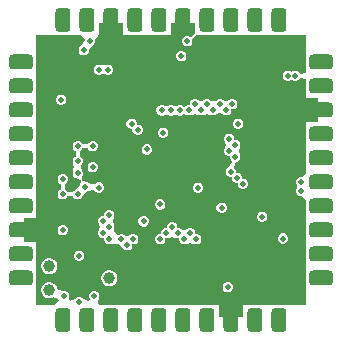
<source format=gbl>
G04*
G04 #@! TF.GenerationSoftware,Altium Limited,Altium Designer,22.4.2 (48)*
G04*
G04 Layer_Physical_Order=4*
G04 Layer_Color=16711680*
%FSLAX25Y25*%
%MOIN*%
G70*
G04*
G04 #@! TF.SameCoordinates,024BFFEA-EEA5-4CD3-8026-DF8E4E0E0677*
G04*
G04*
G04 #@! TF.FilePolarity,Positive*
G04*
G01*
G75*
%ADD10C,0.02000*%
G04:AMPARAMS|DCode=68|XSize=50mil|YSize=80mil|CornerRadius=12.5mil|HoleSize=0mil|Usage=FLASHONLY|Rotation=90.000|XOffset=0mil|YOffset=0mil|HoleType=Round|Shape=RoundedRectangle|*
%AMROUNDEDRECTD68*
21,1,0.05000,0.05500,0,0,90.0*
21,1,0.02500,0.08000,0,0,90.0*
1,1,0.02500,0.02750,0.01250*
1,1,0.02500,0.02750,-0.01250*
1,1,0.02500,-0.02750,-0.01250*
1,1,0.02500,-0.02750,0.01250*
%
%ADD68ROUNDEDRECTD68*%
G04:AMPARAMS|DCode=69|XSize=50mil|YSize=80mil|CornerRadius=12.5mil|HoleSize=0mil|Usage=FLASHONLY|Rotation=180.000|XOffset=0mil|YOffset=0mil|HoleType=Round|Shape=RoundedRectangle|*
%AMROUNDEDRECTD69*
21,1,0.05000,0.05500,0,0,180.0*
21,1,0.02500,0.08000,0,0,180.0*
1,1,0.02500,-0.01250,0.02750*
1,1,0.02500,0.01250,0.02750*
1,1,0.02500,0.01250,-0.02750*
1,1,0.02500,-0.01250,-0.02750*
%
%ADD69ROUNDEDRECTD69*%
%ADD70C,0.03890*%
%ADD71C,0.01900*%
%ADD72C,0.02000*%
G36*
X34000Y98980D02*
Y95000D01*
X50000D01*
Y98980D01*
X58000D01*
Y96675D01*
X58000Y95450D01*
X56698Y94596D01*
X56425Y94457D01*
X55838Y94700D01*
X55838Y94700D01*
X55702Y94700D01*
X55162D01*
X54537Y94441D01*
X54059Y93963D01*
X53800Y93338D01*
Y92662D01*
X54059Y92037D01*
X54537Y91559D01*
X55162Y91300D01*
X55838D01*
X56463Y91559D01*
X56941Y92037D01*
X57200Y92662D01*
X57200Y93338D01*
X57248Y93750D01*
X58169Y94892D01*
X58300Y94991D01*
X58335Y95000D01*
X59614Y95000D01*
X95000D01*
Y82468D01*
X93200Y82188D01*
X92984Y82491D01*
X92796Y82679D01*
X92491Y82984D01*
X91848Y83250D01*
X91152D01*
X90509Y82984D01*
X90215Y82689D01*
X89963Y82941D01*
X89338Y83200D01*
X88662D01*
X88037Y82941D01*
X87559Y82463D01*
X87300Y81838D01*
Y81162D01*
X87559Y80537D01*
X88037Y80059D01*
X88662Y79800D01*
X89338D01*
X89963Y80059D01*
X90215Y80310D01*
X90509Y80016D01*
X91152Y79750D01*
X91848D01*
X92491Y80016D01*
X92984Y80509D01*
X93200Y80812D01*
X95000Y80532D01*
Y74000D01*
X98980D01*
Y66000D01*
X95000D01*
Y49167D01*
X93838Y47700D01*
X93162D01*
X92537Y47441D01*
X92059Y46963D01*
X91800Y46338D01*
Y45662D01*
X92059Y45037D01*
Y43963D01*
X91800Y43338D01*
Y42662D01*
X92059Y42037D01*
X92537Y41559D01*
X93162Y41300D01*
X93838D01*
X95000Y39833D01*
Y5000D01*
X74000D01*
Y1020D01*
X66000D01*
Y5000D01*
X26256D01*
X25920Y5660D01*
X25704Y6800D01*
X25941Y7037D01*
X26200Y7662D01*
Y8338D01*
X25941Y8963D01*
X25463Y9441D01*
X24838Y9700D01*
X24162D01*
X23537Y9441D01*
X23059Y8963D01*
X22800Y8338D01*
Y7662D01*
X23059Y7037D01*
X22567Y6572D01*
X20941Y6963D01*
X20463Y7441D01*
X19838Y7700D01*
X19162D01*
X18537Y7441D01*
X18059Y6963D01*
X16433Y6572D01*
X15941Y7037D01*
X16200Y7662D01*
Y8338D01*
X15941Y8963D01*
X15463Y9441D01*
X14838Y9700D01*
X14162D01*
X13994Y9631D01*
X12636Y10179D01*
X12138Y10588D01*
X12016Y11042D01*
X11660Y11658D01*
X11158Y12161D01*
X10542Y12516D01*
X9855Y12700D01*
X9144D01*
X8458Y12516D01*
X7842Y12161D01*
X7339Y11658D01*
X6984Y11042D01*
X6800Y10356D01*
Y9645D01*
X6984Y8958D01*
X7339Y8342D01*
X7842Y7840D01*
X8458Y7484D01*
X9144Y7300D01*
X9855D01*
X10542Y7484D01*
X10881Y7680D01*
X12594Y7093D01*
X12674Y6800D01*
X11333Y5000D01*
X5000D01*
Y26000D01*
X1020D01*
Y34000D01*
X5000D01*
Y95000D01*
X20188D01*
X20296Y94919D01*
X21300Y93338D01*
X20854Y92267D01*
X20037Y91441D01*
X19920Y91324D01*
X19559Y90963D01*
X19300Y90338D01*
Y89662D01*
X19559Y89037D01*
X20037Y88559D01*
X20662Y88300D01*
X21338D01*
X21963Y88559D01*
X22441Y89037D01*
X22637Y89510D01*
X22700Y89662D01*
X23146Y90733D01*
X23963Y91559D01*
X24080Y91676D01*
X24441Y92037D01*
X24700Y92662D01*
Y93200D01*
X24700Y93338D01*
X25704Y94919D01*
X25812Y95000D01*
X26000D01*
Y98980D01*
X34000D01*
D02*
G37*
%LPC*%
G36*
X53838Y89700D02*
X53162D01*
X52537Y89441D01*
X52059Y88963D01*
X51800Y88338D01*
Y87662D01*
X52059Y87037D01*
X52537Y86559D01*
X53162Y86300D01*
X53838D01*
X54463Y86559D01*
X54941Y87037D01*
X55200Y87662D01*
Y88338D01*
X54941Y88963D01*
X54463Y89441D01*
X53838Y89700D01*
D02*
G37*
G36*
X26338Y85200D02*
X25662D01*
X25037Y84941D01*
X24559Y84463D01*
X24300Y83838D01*
Y83162D01*
X24559Y82537D01*
X25037Y82059D01*
X25662Y81800D01*
X26338D01*
X26963Y82059D01*
X28037D01*
X28662Y81800D01*
X29338D01*
X29963Y82059D01*
X30441Y82537D01*
X30700Y83162D01*
Y83838D01*
X30441Y84463D01*
X29963Y84941D01*
X29338Y85200D01*
X28662D01*
X28037Y84941D01*
X26963D01*
X26338Y85200D01*
D02*
G37*
G36*
X70838Y73700D02*
X70162D01*
X69537Y73441D01*
X68500Y73130D01*
X67463Y73441D01*
X66838Y73700D01*
X66162D01*
X65537Y73441D01*
X65293Y73197D01*
X64250Y73065D01*
X63207Y73197D01*
X62963Y73441D01*
X62338Y73700D01*
X61662D01*
X61037Y73441D01*
X60000Y73130D01*
X58963Y73441D01*
X58338Y73700D01*
X57662D01*
X57037Y73441D01*
X56559Y72963D01*
X56300Y72338D01*
Y71700D01*
X55662D01*
X55037Y71441D01*
X54507Y71010D01*
X53991Y71483D01*
X53991Y71484D01*
X53348Y71750D01*
X52652D01*
X52009Y71484D01*
X50991D01*
X50348Y71750D01*
X49652D01*
X49009Y71484D01*
X47991D01*
X47348Y71750D01*
X46652D01*
X46009Y71484D01*
X45516Y70991D01*
X45250Y70348D01*
Y69652D01*
X45516Y69009D01*
X46009Y68516D01*
X46652Y68250D01*
X47348D01*
X47991Y68516D01*
X49009D01*
X49652Y68250D01*
X50348D01*
X50991Y68516D01*
X52009D01*
X52652Y68250D01*
X53348D01*
X53991Y68516D01*
X53991Y68516D01*
X54507Y68990D01*
X55037Y68559D01*
X55662Y68300D01*
X56338D01*
X56963Y68559D01*
X58000Y68870D01*
X59037Y68559D01*
X59662Y68300D01*
X60338D01*
X60963Y68559D01*
X62000Y68870D01*
X63037Y68559D01*
X63662Y68300D01*
X64338D01*
X64963Y68559D01*
X65207Y68803D01*
X66250Y68935D01*
X67293Y68803D01*
X67537Y68559D01*
X68162Y68300D01*
X68838D01*
X69463Y68559D01*
X69941Y69037D01*
X70200Y69662D01*
Y70300D01*
X70838D01*
X71463Y70559D01*
X71941Y71037D01*
X72200Y71662D01*
Y72338D01*
X71941Y72963D01*
X71463Y73441D01*
X70838Y73700D01*
D02*
G37*
G36*
X13838Y75200D02*
X13162D01*
X12537Y74941D01*
X12059Y74463D01*
X11800Y73838D01*
Y73162D01*
X12059Y72537D01*
X12537Y72059D01*
X13162Y71800D01*
X13838D01*
X14463Y72059D01*
X14941Y72537D01*
X15200Y73162D01*
Y73838D01*
X14941Y74463D01*
X14463Y74941D01*
X13838Y75200D01*
D02*
G37*
G36*
X72848Y67250D02*
X72152D01*
X71509Y66984D01*
X71016Y66491D01*
X70750Y65848D01*
Y65152D01*
X71016Y64509D01*
X71509Y64016D01*
X72152Y63750D01*
X72848D01*
X73491Y64016D01*
X73984Y64509D01*
X74250Y65152D01*
Y65848D01*
X73984Y66491D01*
X73491Y66984D01*
X72848Y67250D01*
D02*
G37*
G36*
X37348D02*
X36652D01*
X36009Y66984D01*
X35516Y66491D01*
X35250Y65848D01*
Y65152D01*
X35516Y64509D01*
X36009Y64016D01*
X36652Y63750D01*
X37250D01*
Y63152D01*
X37516Y62509D01*
X38009Y62016D01*
X38652Y61750D01*
X39348D01*
X39991Y62016D01*
X40484Y62509D01*
X40750Y63152D01*
Y63848D01*
X40484Y64491D01*
X39991Y64984D01*
X39348Y65250D01*
X38750D01*
Y65848D01*
X38484Y66491D01*
X37991Y66984D01*
X37348Y67250D01*
D02*
G37*
G36*
X47862Y64198D02*
X47186D01*
X46561Y63939D01*
X46083Y63461D01*
X45824Y62836D01*
Y62160D01*
X46083Y61535D01*
X46561Y61057D01*
X47186Y60798D01*
X47862D01*
X48487Y61057D01*
X48965Y61535D01*
X49224Y62160D01*
Y62836D01*
X48965Y63461D01*
X48487Y63939D01*
X47862Y64198D01*
D02*
G37*
G36*
X24338Y59700D02*
X23662D01*
X23037Y59441D01*
X22744Y59149D01*
X22559Y58963D01*
X22432Y58743D01*
X22424Y58735D01*
X21500Y58653D01*
X20576Y58735D01*
X20568Y58743D01*
X20441Y58963D01*
X19963Y59441D01*
X19338Y59700D01*
X18662D01*
X18037Y59441D01*
X17559Y58963D01*
X17300Y58338D01*
Y57662D01*
X17559Y57037D01*
X17851Y56744D01*
X18037Y56559D01*
X18257Y56432D01*
X18266Y56424D01*
X18347Y55500D01*
X18266Y54576D01*
X18257Y54568D01*
X18037Y54441D01*
X17559Y53963D01*
X17300Y53338D01*
Y52662D01*
X17504Y52169D01*
X17557Y52042D01*
X17561Y52026D01*
X17815Y51000D01*
X17561Y49974D01*
X17557Y49958D01*
X17504Y49831D01*
X17300Y49338D01*
Y48662D01*
X17559Y48037D01*
X18037Y47559D01*
X18662Y47300D01*
X18834Y47258D01*
X19558Y47042D01*
X19851Y46904D01*
X20105Y46708D01*
X20161Y46609D01*
X20151Y46493D01*
X19826Y44962D01*
X19743Y44783D01*
X19712Y44753D01*
X18428Y43603D01*
X18037Y43441D01*
X17744Y43149D01*
X17559Y42963D01*
X17432Y42743D01*
X17424Y42735D01*
X16500Y42653D01*
X15576Y42735D01*
X15568Y42743D01*
X15441Y42963D01*
X15256Y43149D01*
X14963Y43441D01*
X14743Y43568D01*
X14735Y43576D01*
X14653Y44500D01*
X14735Y45424D01*
X14743Y45432D01*
X14963Y45559D01*
X15441Y46037D01*
X15700Y46662D01*
Y47338D01*
X15441Y47963D01*
X14963Y48441D01*
X14338Y48700D01*
X13662D01*
X13037Y48441D01*
X12559Y47963D01*
X12300Y47338D01*
Y46662D01*
X12559Y46037D01*
X12851Y45744D01*
X13037Y45559D01*
X13257Y45432D01*
X13265Y45424D01*
X13347Y44500D01*
X13265Y43576D01*
X13257Y43568D01*
X13037Y43441D01*
X12559Y42963D01*
X12300Y42338D01*
Y41662D01*
X12559Y41037D01*
X13037Y40559D01*
X13662Y40300D01*
X14338D01*
X14963Y40559D01*
X15256Y40851D01*
X15441Y41037D01*
X15568Y41257D01*
X15576Y41265D01*
X16500Y41347D01*
X17424Y41265D01*
X17432Y41257D01*
X17559Y41037D01*
X18037Y40559D01*
X18662Y40300D01*
X19338D01*
X19963Y40559D01*
X20441Y41037D01*
X20700Y41662D01*
X21838Y42800D01*
X22463Y43059D01*
X22662Y43258D01*
X24129Y43266D01*
X24721Y43131D01*
X25062Y42791D01*
X25687Y42532D01*
X26363D01*
X26988Y42791D01*
X27466Y43269D01*
X27725Y43894D01*
Y44570D01*
X27466Y45195D01*
X26988Y45673D01*
X26363Y45932D01*
X25687D01*
X25062Y45673D01*
X24863Y45474D01*
X23396Y45466D01*
X22804Y45601D01*
X22463Y45941D01*
X21838Y46200D01*
X21666Y46242D01*
X20942Y46458D01*
X20649Y46596D01*
X20395Y46792D01*
X20339Y46891D01*
X20412Y47707D01*
X20476Y47989D01*
X20604Y48430D01*
X20700Y48662D01*
X20700Y48662D01*
X20700Y48767D01*
Y49338D01*
X20496Y49831D01*
X20443Y49958D01*
X20438Y49974D01*
X20185Y51000D01*
X20438Y52026D01*
X20443Y52042D01*
X20496Y52169D01*
X20700Y52662D01*
Y53338D01*
X20441Y53963D01*
X20149Y54256D01*
X19963Y54441D01*
X19743Y54568D01*
X19735Y54576D01*
X19653Y55500D01*
X19735Y56424D01*
X19743Y56432D01*
X19963Y56559D01*
X20149Y56744D01*
X20441Y57037D01*
X20568Y57257D01*
X20576Y57266D01*
X21500Y57347D01*
X22424Y57266D01*
X22432Y57257D01*
X22559Y57037D01*
X23037Y56559D01*
X23662Y56300D01*
X24338D01*
X24963Y56559D01*
X25441Y57037D01*
X25700Y57662D01*
Y58338D01*
X25441Y58963D01*
X24963Y59441D01*
X24338Y59700D01*
D02*
G37*
G36*
X42341Y58632D02*
X41665D01*
X41040Y58373D01*
X40562Y57895D01*
X40303Y57270D01*
Y56594D01*
X40562Y55969D01*
X41040Y55491D01*
X41665Y55232D01*
X42341D01*
X42966Y55491D01*
X43444Y55969D01*
X43703Y56594D01*
Y57270D01*
X43444Y57895D01*
X42966Y58373D01*
X42341Y58632D01*
D02*
G37*
G36*
X24338Y52700D02*
X23662D01*
X23037Y52441D01*
X22559Y51963D01*
X22300Y51338D01*
Y50662D01*
X22559Y50037D01*
X23037Y49559D01*
X23662Y49300D01*
X24338D01*
X24963Y49559D01*
X25441Y50037D01*
X25700Y50662D01*
Y51338D01*
X25441Y51963D01*
X24963Y52441D01*
X24338Y52700D01*
D02*
G37*
G36*
X69838Y62200D02*
X69162D01*
X68537Y61941D01*
X68059Y61463D01*
X67800Y60838D01*
Y60162D01*
X68059Y59537D01*
X68370Y58500D01*
X68059Y57463D01*
X67800Y56838D01*
Y56162D01*
X68059Y55537D01*
X68537Y55059D01*
X69162Y54800D01*
X69800D01*
Y54162D01*
X70059Y53537D01*
X70264Y53104D01*
X70396Y52796D01*
X69578Y51181D01*
X69510Y51137D01*
X69037Y50941D01*
X69037Y50941D01*
X68559Y50463D01*
X68300Y49838D01*
Y49162D01*
X68559Y48537D01*
X69037Y48059D01*
X69662Y47800D01*
X70300D01*
Y47162D01*
X70559Y46537D01*
X71037Y46059D01*
X71662Y45800D01*
X72300D01*
Y45162D01*
X72559Y44537D01*
X73037Y44059D01*
X73662Y43800D01*
X74338D01*
X74963Y44059D01*
X75441Y44537D01*
X75700Y45162D01*
Y45838D01*
X75441Y46463D01*
X74963Y46941D01*
X74338Y47200D01*
X73700D01*
Y47838D01*
X73441Y48463D01*
X72963Y48941D01*
X72338Y49200D01*
X71700D01*
Y49838D01*
X71441Y50463D01*
X71236Y50896D01*
X71104Y51204D01*
X71922Y52819D01*
X71990Y52863D01*
X72463Y53059D01*
X72463Y53059D01*
X72941Y53537D01*
X73200Y54162D01*
Y54838D01*
X72941Y55463D01*
X72630Y56500D01*
X72941Y57537D01*
X73200Y58162D01*
Y58838D01*
X72941Y59463D01*
X72463Y59941D01*
X71838Y60200D01*
X71200D01*
Y60838D01*
X70941Y61463D01*
X70463Y61941D01*
X69838Y62200D01*
D02*
G37*
G36*
X59449Y45882D02*
X58772D01*
X58148Y45623D01*
X57669Y45145D01*
X57411Y44520D01*
Y43844D01*
X57669Y43219D01*
X58148Y42741D01*
X58772Y42482D01*
X59449D01*
X60074Y42741D01*
X60552Y43219D01*
X60811Y43844D01*
Y44520D01*
X60552Y45145D01*
X60074Y45623D01*
X59449Y45882D01*
D02*
G37*
G36*
X46847Y40311D02*
X46170D01*
X45545Y40052D01*
X45067Y39574D01*
X44808Y38949D01*
Y38273D01*
X45067Y37648D01*
X45545Y37170D01*
X46170Y36911D01*
X46847D01*
X47471Y37170D01*
X47949Y37648D01*
X48208Y38273D01*
Y38949D01*
X47949Y39574D01*
X47471Y40052D01*
X46847Y40311D01*
D02*
G37*
G36*
X67348Y39250D02*
X66652D01*
X66009Y38984D01*
X65516Y38491D01*
X65250Y37848D01*
Y37152D01*
X65516Y36509D01*
X66009Y36016D01*
X66652Y35750D01*
X67348D01*
X67991Y36016D01*
X68484Y36509D01*
X68750Y37152D01*
Y37848D01*
X68484Y38491D01*
X67991Y38984D01*
X67348Y39250D01*
D02*
G37*
G36*
X80838Y36200D02*
X80162D01*
X79537Y35941D01*
X79059Y35463D01*
X78800Y34838D01*
Y34162D01*
X79059Y33537D01*
X79537Y33059D01*
X80162Y32800D01*
X80838D01*
X81463Y33059D01*
X81941Y33537D01*
X82200Y34162D01*
Y34838D01*
X81941Y35463D01*
X81463Y35941D01*
X80838Y36200D01*
D02*
G37*
G36*
X41348Y34750D02*
X40652D01*
X40009Y34484D01*
X39516Y33991D01*
X39250Y33348D01*
Y32652D01*
X39516Y32009D01*
X40009Y31516D01*
X40652Y31250D01*
X41348D01*
X41991Y31516D01*
X42484Y32009D01*
X42750Y32652D01*
Y33348D01*
X42484Y33991D01*
X41991Y34484D01*
X41348Y34750D01*
D02*
G37*
G36*
X14338Y31673D02*
X13662D01*
X13037Y31414D01*
X12559Y30936D01*
X12300Y30311D01*
Y29635D01*
X12559Y29010D01*
X13037Y28532D01*
X13662Y28273D01*
X14338D01*
X14963Y28532D01*
X15441Y29010D01*
X15700Y29635D01*
Y30311D01*
X15441Y30936D01*
X14963Y31414D01*
X14338Y31673D01*
D02*
G37*
G36*
X87813Y28932D02*
X87137D01*
X86512Y28673D01*
X86034Y28195D01*
X85775Y27570D01*
Y26894D01*
X86034Y26269D01*
X86512Y25791D01*
X87137Y25532D01*
X87813D01*
X88438Y25791D01*
X88916Y26269D01*
X89175Y26894D01*
Y27570D01*
X88916Y28195D01*
X88438Y28673D01*
X87813Y28932D01*
D02*
G37*
G36*
X29838Y36700D02*
X29162D01*
X28537Y36441D01*
X28059Y35963D01*
X27800Y35338D01*
Y34700D01*
X27162D01*
X26537Y34441D01*
X26059Y33963D01*
X25800Y33338D01*
Y32662D01*
X26059Y32037D01*
X26370Y31000D01*
X26059Y29963D01*
X25800Y29338D01*
Y28662D01*
X26059Y28037D01*
X26537Y27559D01*
X27162Y27300D01*
X27800D01*
Y26662D01*
X28059Y26037D01*
X28537Y25559D01*
X29162Y25300D01*
X29162Y25300D01*
X29838Y25300D01*
X30617Y25569D01*
X30617D01*
X30617Y25569D01*
X30504Y25530D01*
X31007Y25566D01*
X31770Y25550D01*
X32083Y25534D01*
X32026Y25545D01*
X32195Y25541D01*
X32271Y25525D01*
X32083Y25534D01*
X32518Y25452D01*
X33022Y25141D01*
X32561Y25444D01*
X32568Y25443D01*
X33118Y25094D01*
X33158Y25058D01*
X33022Y25141D01*
X33179Y25039D01*
X33513Y24734D01*
X34058Y24040D01*
X34059Y24037D01*
X34537Y23559D01*
X35162Y23300D01*
X35838D01*
X36463Y23559D01*
X36941Y24037D01*
X37200Y24662D01*
Y25300D01*
X37838D01*
X38463Y25559D01*
X38941Y26037D01*
X39200Y26662D01*
Y27338D01*
X38941Y27963D01*
X38463Y28441D01*
X37838Y28700D01*
X37162D01*
X36537Y28441D01*
X35500Y28130D01*
X34463Y28441D01*
X33838Y28700D01*
X33162D01*
X32669Y28496D01*
X32542Y28443D01*
X32526Y28438D01*
X32266Y28374D01*
X31085Y29562D01*
X30941Y30037D01*
X31200Y30662D01*
Y31338D01*
X30941Y31963D01*
X30630Y33000D01*
X30941Y34037D01*
X31200Y34662D01*
Y35338D01*
X30941Y35963D01*
X30463Y36441D01*
X29838Y36700D01*
D02*
G37*
G36*
X50838Y32700D02*
X50162D01*
X49537Y32441D01*
X49059Y31963D01*
X48800Y31338D01*
Y30700D01*
X48162D01*
X47537Y30441D01*
X47059Y29963D01*
X46800Y29338D01*
Y28700D01*
X46162D01*
X45537Y28441D01*
X45059Y27963D01*
X44800Y27338D01*
Y26662D01*
X45059Y26037D01*
X45537Y25559D01*
X46162Y25300D01*
X46838D01*
X47463Y25559D01*
X47941Y26037D01*
X48200Y26662D01*
Y27300D01*
X48838D01*
X49463Y27559D01*
X50500Y27870D01*
X51537Y27559D01*
X52162Y27300D01*
X52800D01*
Y26662D01*
X53059Y26037D01*
X53537Y25559D01*
X54162Y25300D01*
X54838D01*
X55463Y25559D01*
X56500Y25870D01*
X57537Y25559D01*
X58162Y25300D01*
X58838D01*
X59463Y25559D01*
X59941Y26037D01*
X60200Y26662D01*
Y27338D01*
X59941Y27963D01*
X59463Y28441D01*
X58838Y28700D01*
X58200D01*
Y29338D01*
X57941Y29963D01*
X57463Y30441D01*
X56838Y30700D01*
X56162D01*
X55537Y30441D01*
X54500Y30130D01*
X53463Y30441D01*
X52838Y30700D01*
X52200D01*
Y31338D01*
X51941Y31963D01*
X51463Y32441D01*
X50838Y32700D01*
D02*
G37*
G36*
X19838Y23200D02*
X19162D01*
X18537Y22941D01*
X18059Y22463D01*
X17800Y21838D01*
Y21162D01*
X18059Y20537D01*
X18537Y20059D01*
X19162Y19800D01*
X19838D01*
X20463Y20059D01*
X20941Y20537D01*
X21200Y21162D01*
Y21838D01*
X20941Y22463D01*
X20463Y22941D01*
X19838Y23200D01*
D02*
G37*
G36*
X9855Y20700D02*
X9144D01*
X8458Y20516D01*
X7842Y20161D01*
X7339Y19658D01*
X6984Y19042D01*
X6800Y18356D01*
Y17645D01*
X6984Y16958D01*
X7339Y16342D01*
X7842Y15840D01*
X8458Y15484D01*
X9144Y15300D01*
X9855D01*
X10542Y15484D01*
X11158Y15840D01*
X11660Y16342D01*
X12016Y16958D01*
X12200Y17645D01*
Y18356D01*
X12016Y19042D01*
X11660Y19658D01*
X11158Y20161D01*
X10542Y20516D01*
X9855Y20700D01*
D02*
G37*
G36*
X29855Y16700D02*
X29144D01*
X28458Y16516D01*
X27842Y16161D01*
X27340Y15658D01*
X26984Y15042D01*
X26800Y14356D01*
Y13645D01*
X26984Y12958D01*
X27340Y12342D01*
X27842Y11840D01*
X28458Y11484D01*
X29144Y11300D01*
X29855D01*
X30542Y11484D01*
X31158Y11840D01*
X31661Y12342D01*
X32016Y12958D01*
X32200Y13645D01*
Y14356D01*
X32016Y15042D01*
X31661Y15658D01*
X31158Y16161D01*
X30542Y16516D01*
X29855Y16700D01*
D02*
G37*
G36*
X69338Y12700D02*
X68662D01*
X68037Y12441D01*
X67559Y11963D01*
X67300Y11338D01*
Y10662D01*
X67559Y10037D01*
X68037Y9559D01*
X68662Y9300D01*
X69338D01*
X69963Y9559D01*
X70441Y10037D01*
X70700Y10662D01*
Y11338D01*
X70441Y11963D01*
X69963Y12441D01*
X69338Y12700D01*
D02*
G37*
%LPD*%
D10*
X70000Y337D02*
Y6904D01*
X54500Y98865D02*
Y100000D01*
X52000Y93000D02*
Y96365D01*
X54500Y98865D01*
X93726Y70000D02*
X100188D01*
X30000Y93255D02*
Y100255D01*
X-221Y30000D02*
X7323D01*
D68*
X0Y14000D02*
D03*
Y22000D02*
D03*
Y30000D02*
D03*
Y38000D02*
D03*
Y46000D02*
D03*
Y54000D02*
D03*
Y62000D02*
D03*
Y70000D02*
D03*
Y78000D02*
D03*
Y86000D02*
D03*
X100000D02*
D03*
Y78000D02*
D03*
Y70000D02*
D03*
Y62000D02*
D03*
Y54000D02*
D03*
Y46000D02*
D03*
Y38000D02*
D03*
Y30000D02*
D03*
Y22000D02*
D03*
Y14000D02*
D03*
D69*
X86000Y0D02*
D03*
X78000D02*
D03*
X70000D02*
D03*
X62000D02*
D03*
X54000D02*
D03*
X46000D02*
D03*
X38000D02*
D03*
X30000D02*
D03*
X22000D02*
D03*
X14000D02*
D03*
Y100000D02*
D03*
X22000D02*
D03*
X30000D02*
D03*
X38000D02*
D03*
X46000D02*
D03*
X54000D02*
D03*
X62000D02*
D03*
X70000D02*
D03*
X78000D02*
D03*
X86000D02*
D03*
D70*
X9500Y10000D02*
D03*
Y18000D02*
D03*
X29500Y14000D02*
D03*
D71*
X16500Y51000D02*
D03*
X6500Y6500D02*
D03*
X34500Y14500D02*
D03*
X23000Y93000D02*
D03*
X19500Y6000D02*
D03*
X24500Y8000D02*
D03*
X14500D02*
D03*
X27500Y33000D02*
D03*
X19500Y21500D02*
D03*
X14000Y29973D02*
D03*
X69000Y11000D02*
D03*
X93500Y46000D02*
D03*
Y43000D02*
D03*
X89000Y9000D02*
D03*
X80500Y34500D02*
D03*
X21000Y90000D02*
D03*
X55500Y93000D02*
D03*
X87475Y27232D02*
D03*
X21500Y44500D02*
D03*
X53500Y88000D02*
D03*
X13500Y73500D02*
D03*
X29000Y83500D02*
D03*
X26000D02*
D03*
X75500Y62500D02*
D03*
X26025Y44232D02*
D03*
X76000Y31000D02*
D03*
X75982Y23000D02*
D03*
X58500Y13500D02*
D03*
X42000Y16000D02*
D03*
X24000Y42000D02*
D03*
X59110Y44182D02*
D03*
X47524Y62498D02*
D03*
X42003Y56932D02*
D03*
X89000Y81500D02*
D03*
X6000Y83500D02*
D03*
X8000Y92000D02*
D03*
X16500Y70500D02*
D03*
X79500Y72500D02*
D03*
X56964Y79757D02*
D03*
X80500Y93500D02*
D03*
X91500D02*
D03*
X14500Y20000D02*
D03*
X46508Y38611D02*
D03*
X46500Y27000D02*
D03*
X70500Y72000D02*
D03*
X68500Y70000D02*
D03*
X66500Y72000D02*
D03*
X64000Y70000D02*
D03*
X60000D02*
D03*
X62000Y72000D02*
D03*
X56000Y70000D02*
D03*
X58000Y72000D02*
D03*
X71500Y54500D02*
D03*
X69500Y56500D02*
D03*
Y60500D02*
D03*
X71500Y58500D02*
D03*
X70000Y49500D02*
D03*
X72000Y47500D02*
D03*
X74000Y45500D02*
D03*
X58500Y27000D02*
D03*
X56500Y29000D02*
D03*
X50500Y31000D02*
D03*
X48500Y29000D02*
D03*
X52500D02*
D03*
X54500Y27000D02*
D03*
X37500D02*
D03*
X35500Y25000D02*
D03*
X33500Y27000D02*
D03*
X29500D02*
D03*
X27500Y29000D02*
D03*
X29500Y31000D02*
D03*
Y35000D02*
D03*
X14000Y47000D02*
D03*
X19000Y53000D02*
D03*
Y49000D02*
D03*
X24000Y51000D02*
D03*
X19000Y42000D02*
D03*
X14000D02*
D03*
X19000Y58000D02*
D03*
X24000D02*
D03*
D72*
X62500Y88000D02*
D03*
X75000Y52000D02*
D03*
X88000Y63500D02*
D03*
X86000Y13500D02*
D03*
X55000Y10500D02*
D03*
X14000Y53000D02*
D03*
X22500Y79000D02*
D03*
X81000Y47000D02*
D03*
X67000Y37500D02*
D03*
X91500Y39000D02*
D03*
X72500Y65500D02*
D03*
X41000Y33000D02*
D03*
X53000Y70000D02*
D03*
X50000D02*
D03*
X47000D02*
D03*
X39000Y63500D02*
D03*
X37000Y65500D02*
D03*
X53000Y58500D02*
D03*
X47000D02*
D03*
X58500Y47000D02*
D03*
Y53000D02*
D03*
X46937Y41448D02*
D03*
X52937D02*
D03*
X41500Y47000D02*
D03*
Y53000D02*
D03*
X91500Y81500D02*
D03*
X30000Y73500D02*
D03*
Y71000D02*
D03*
X55318Y78182D02*
D03*
M02*

</source>
